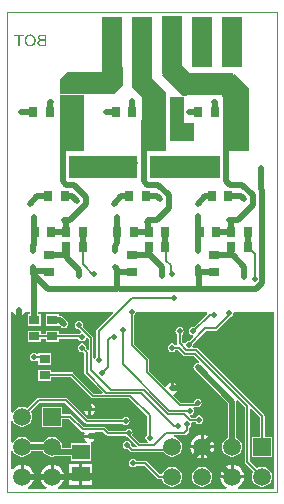
<source format=gbl>
%FSLAX25Y25*%
%MOIN*%
G70*
G01*
G75*
G04 Layer_Physical_Order=2*
G04 Layer_Color=16711680*
%ADD10R,0.06299X0.07087*%
%ADD11R,0.12362X0.02835*%
%ADD12R,0.15748X0.02362*%
%ADD13R,0.02402X0.03268*%
%ADD14R,0.15748X0.08465*%
%ADD15O,0.02362X0.08661*%
%ADD16R,0.03543X0.03150*%
%ADD17R,0.03937X0.05906*%
G04:AMPARAMS|DCode=18|XSize=8.66mil|YSize=27.56mil|CornerRadius=0mil|HoleSize=0mil|Usage=FLASHONLY|Rotation=45.000|XOffset=0mil|YOffset=0mil|HoleType=Round|Shape=Rectangle|*
%AMROTATEDRECTD18*
4,1,4,0.00668,-0.01281,-0.01281,0.00668,-0.00668,0.01281,0.01281,-0.00668,0.00668,-0.01281,0.0*
%
%ADD18ROTATEDRECTD18*%

G04:AMPARAMS|DCode=19|XSize=8.66mil|YSize=27.56mil|CornerRadius=0mil|HoleSize=0mil|Usage=FLASHONLY|Rotation=315.000|XOffset=0mil|YOffset=0mil|HoleType=Round|Shape=Rectangle|*
%AMROTATEDRECTD19*
4,1,4,-0.01281,-0.00668,0.00668,0.01281,0.01281,0.00668,-0.00668,-0.01281,-0.01281,-0.00668,0.0*
%
%ADD19ROTATEDRECTD19*%

%ADD20P,0.20044X4X360.0*%
%ADD21C,0.02000*%
%ADD22C,0.00600*%
%ADD23C,0.00800*%
%ADD24R,0.58000X0.10500*%
%ADD25R,0.07000X0.20000*%
%ADD26R,0.11000X0.04500*%
%ADD27R,0.10000X0.04500*%
%ADD28R,0.07500X0.05500*%
%ADD29R,0.07000X0.17000*%
%ADD30R,0.07000X0.33000*%
%ADD31R,0.08000X0.05500*%
%ADD32R,0.06500X0.17000*%
%ADD33C,0.00200*%
%ADD34R,0.05906X0.05906*%
%ADD35C,0.05906*%
%ADD36R,0.05906X0.05906*%
%ADD37C,0.01969*%
%ADD38R,0.07087X0.06299*%
%ADD39R,0.05906X0.05118*%
%ADD40R,0.01378X0.01378*%
%ADD41R,0.03150X0.03543*%
%ADD42R,0.04500X0.14500*%
%ADD43R,0.08000X0.19000*%
%ADD44R,0.08000X0.19500*%
%ADD45R,0.07000X0.21000*%
%ADD46R,0.07000X0.19500*%
%ADD47R,0.17000X0.07500*%
%ADD48R,0.23500X0.07500*%
%ADD49R,0.23000X0.07500*%
G36*
X7866Y152402D02*
X8005Y152385D01*
X8138Y152357D01*
X8266Y152324D01*
X8382Y152279D01*
X8493Y152235D01*
X8593Y152185D01*
X8682Y152135D01*
X8765Y152085D01*
X8838Y152035D01*
X8899Y151991D01*
X8948Y151947D01*
X8987Y151913D01*
X9021Y151885D01*
X9037Y151869D01*
X9043Y151863D01*
X9132Y151758D01*
X9209Y151647D01*
X9281Y151525D01*
X9337Y151403D01*
X9387Y151275D01*
X9431Y151153D01*
X9465Y151031D01*
X9487Y150914D01*
X9509Y150803D01*
X9526Y150698D01*
X9537Y150603D01*
X9548Y150526D01*
Y150459D01*
X9553Y150409D01*
Y150376D01*
Y150370D01*
Y150365D01*
X9542Y150176D01*
X9520Y150004D01*
X9487Y149838D01*
X9465Y149765D01*
X9442Y149693D01*
X9426Y149632D01*
X9404Y149577D01*
X9387Y149527D01*
X9370Y149482D01*
X9359Y149449D01*
X9348Y149427D01*
X9337Y149410D01*
Y149405D01*
X9243Y149244D01*
X9143Y149105D01*
X9032Y148983D01*
X8926Y148883D01*
X8832Y148800D01*
X8793Y148766D01*
X8760Y148744D01*
X8726Y148722D01*
X8704Y148705D01*
X8693Y148700D01*
X8688Y148694D01*
X8604Y148650D01*
X8521Y148611D01*
X8355Y148544D01*
X8194Y148500D01*
X8044Y148467D01*
X7972Y148456D01*
X7911Y148450D01*
X7855Y148439D01*
X7805D01*
X7772Y148433D01*
X7716D01*
X7533Y148444D01*
X7361Y148472D01*
X7200Y148505D01*
X7128Y148528D01*
X7062Y148550D01*
X7000Y148572D01*
X6945Y148594D01*
X6900Y148611D01*
X6862Y148628D01*
X6828Y148644D01*
X6801Y148655D01*
X6790Y148667D01*
X6784D01*
X6629Y148766D01*
X6495Y148877D01*
X6384Y148994D01*
X6290Y149105D01*
X6212Y149210D01*
X6185Y149249D01*
X6162Y149288D01*
X6140Y149321D01*
X6129Y149344D01*
X6118Y149360D01*
Y149366D01*
X6074Y149455D01*
X6040Y149543D01*
X5979Y149721D01*
X5935Y149899D01*
X5907Y150059D01*
X5902Y150132D01*
X5890Y150198D01*
X5885Y150259D01*
Y150309D01*
X5879Y150354D01*
Y150381D01*
Y150404D01*
Y150409D01*
X5890Y150620D01*
X5913Y150814D01*
X5929Y150903D01*
X5951Y150992D01*
X5974Y151070D01*
X5990Y151142D01*
X6013Y151208D01*
X6035Y151269D01*
X6051Y151319D01*
X6074Y151364D01*
X6085Y151397D01*
X6096Y151419D01*
X6107Y151436D01*
Y151442D01*
X6196Y151602D01*
X6301Y151747D01*
X6412Y151869D01*
X6512Y151969D01*
X6606Y152047D01*
X6651Y152080D01*
X6684Y152108D01*
X6717Y152124D01*
X6740Y152141D01*
X6751Y152146D01*
X6756Y152152D01*
X6840Y152196D01*
X6923Y152235D01*
X7084Y152302D01*
X7250Y152346D01*
X7395Y152374D01*
X7461Y152385D01*
X7528Y152396D01*
X7578Y152402D01*
X7628D01*
X7666Y152407D01*
X7716D01*
X7866Y152402D01*
D02*
G37*
G36*
X4500Y58576D02*
X4774Y58631D01*
X5431Y59069D01*
X5869Y59726D01*
X5924Y60000D01*
X7572D01*
Y59231D01*
X6828D01*
Y55281D01*
X11172D01*
Y59231D01*
X10427D01*
Y60000D01*
X35193D01*
X35385Y59538D01*
X29900Y54053D01*
X29723Y53789D01*
X29661Y53477D01*
X29661Y53476D01*
Y44894D01*
X29478Y44772D01*
X29192Y44344D01*
X28714Y44489D01*
Y51131D01*
X28659Y51405D01*
X28505Y51636D01*
X25255Y54886D01*
X25304Y54960D01*
X25411Y55500D01*
X25304Y56040D01*
X24998Y56498D01*
X24540Y56804D01*
X24000Y56911D01*
X23460Y56804D01*
X23002Y56498D01*
X22696Y56040D01*
X22589Y55500D01*
X22696Y54960D01*
X23002Y54502D01*
X23460Y54196D01*
X24000Y54089D01*
X24028Y54094D01*
X24801Y53321D01*
X24656Y52843D01*
X24460Y52804D01*
X24002Y52498D01*
X23975Y52458D01*
X17172D01*
Y53719D01*
X12828D01*
Y52458D01*
X11172D01*
Y53719D01*
X6828D01*
Y49769D01*
X11172D01*
Y51030D01*
X12828D01*
Y49769D01*
X17172D01*
Y51030D01*
X23682D01*
X23696Y50960D01*
X24002Y50502D01*
X24460Y50196D01*
X25000Y50089D01*
X25540Y50196D01*
X25998Y50502D01*
X26304Y50960D01*
X26343Y51156D01*
X26821Y51301D01*
X27286Y50836D01*
Y47376D01*
X26824Y47185D01*
X26345Y47665D01*
X26411Y48000D01*
X26304Y48540D01*
X25998Y48998D01*
X25540Y49304D01*
X25000Y49411D01*
X24460Y49304D01*
X24002Y48998D01*
X23696Y48540D01*
X23589Y48000D01*
X23696Y47460D01*
X24002Y47002D01*
X24460Y46696D01*
X25000Y46589D01*
X25335Y46655D01*
X25786Y46204D01*
Y39500D01*
X25786Y39500D01*
X25786D01*
X25841Y39227D01*
X25995Y38995D01*
X31813Y33178D01*
X31622Y32716D01*
X28938D01*
X22077Y39577D01*
X21812Y39754D01*
X21500Y39816D01*
X21500Y39816D01*
X14672D01*
Y40719D01*
X10328D01*
Y36769D01*
X14672D01*
Y38184D01*
X21162D01*
X28023Y31323D01*
X28023Y31323D01*
X28288Y31146D01*
X28288Y31146D01*
X28288Y31146D01*
D01*
X28288Y31146D01*
X28288Y31146D01*
X28600Y31084D01*
X28600Y31084D01*
X40762D01*
X46684Y25162D01*
Y19120D01*
X46502Y18998D01*
X46196Y18540D01*
X46089Y18000D01*
X46196Y17460D01*
X46502Y17002D01*
X46960Y16696D01*
X46864Y16214D01*
X44296D01*
X41702Y18807D01*
X41804Y18960D01*
X41911Y19500D01*
X41804Y20040D01*
X41498Y20498D01*
X41040Y20804D01*
X40500Y20911D01*
X39960Y20804D01*
X39502Y20498D01*
X39380Y20316D01*
X33838D01*
X32777Y21377D01*
X32512Y21554D01*
X32200Y21616D01*
X32200Y21616D01*
X25538D01*
X21577Y25577D01*
X21312Y25754D01*
X21000Y25816D01*
X21000Y25816D01*
X18353D01*
Y28353D01*
X11647D01*
Y21647D01*
X18353D01*
Y24184D01*
X20662D01*
X24623Y20223D01*
X24623Y20223D01*
X24888Y20046D01*
X24888Y20046D01*
X24888Y20046D01*
D01*
X24888Y20046D01*
X24888Y20046D01*
X25200Y19984D01*
X25200Y19984D01*
X25575D01*
X25811Y19543D01*
X25631Y19274D01*
X25576Y19000D01*
X29424D01*
X29369Y19274D01*
X29189Y19543D01*
X29425Y19984D01*
X31862D01*
X32923Y18923D01*
X32923Y18923D01*
X33188Y18746D01*
X33188Y18746D01*
X33188Y18746D01*
D01*
X33188Y18746D01*
X33188Y18746D01*
X33500Y18684D01*
X33500Y18684D01*
X39380D01*
X39502Y18502D01*
X39960Y18196D01*
X40378Y18113D01*
X43213Y15278D01*
X43022Y14816D01*
X41838D01*
X41369Y15285D01*
X41411Y15500D01*
X41304Y16040D01*
X40998Y16498D01*
X40540Y16804D01*
X40000Y16911D01*
X39460Y16804D01*
X39002Y16498D01*
X38696Y16040D01*
X38589Y15500D01*
X38696Y14960D01*
X39002Y14502D01*
X39460Y14196D01*
X40000Y14089D01*
X40215Y14131D01*
X40923Y13423D01*
X41188Y13246D01*
X41500Y13184D01*
X41500Y13184D01*
X52167D01*
X52609Y12609D01*
X53309Y12071D01*
X54125Y11734D01*
X55000Y11618D01*
X55875Y11734D01*
X56691Y12071D01*
X57391Y12609D01*
X57929Y13309D01*
X58266Y14125D01*
X58382Y15000D01*
X58266Y15875D01*
X57929Y16691D01*
X57391Y17391D01*
X56691Y17929D01*
X55875Y18267D01*
X55717Y18287D01*
X55749Y18786D01*
X59000D01*
X59273Y18841D01*
X59505Y18995D01*
X60505Y19995D01*
X60659Y20227D01*
X60714Y20500D01*
Y21312D01*
X60998Y21502D01*
X61304Y21960D01*
X61411Y22500D01*
X61332Y22900D01*
X61649Y23286D01*
X62812D01*
X63002Y23002D01*
X63460Y22696D01*
X64000Y22589D01*
X64540Y22696D01*
X64998Y23002D01*
X65304Y23460D01*
X65411Y24000D01*
X65304Y24540D01*
X64998Y24998D01*
X64540Y25304D01*
X64000Y25411D01*
X63460Y25304D01*
X63002Y24998D01*
X62812Y24714D01*
X61296D01*
X60904Y25105D01*
X60934Y25256D01*
X61037Y25596D01*
X61540Y25696D01*
X61998Y26002D01*
X62304Y26460D01*
X62411Y27000D01*
X62304Y27540D01*
X62100Y27845D01*
X62336Y28286D01*
X62825D01*
X62960Y28196D01*
X63500Y28089D01*
X64040Y28196D01*
X64498Y28502D01*
X64804Y28960D01*
X64911Y29500D01*
X64804Y30040D01*
X64498Y30498D01*
X64040Y30804D01*
X63500Y30911D01*
X62960Y30804D01*
X62502Y30498D01*
X62196Y30040D01*
X62131Y29714D01*
X57796D01*
X55402Y32107D01*
X55547Y32586D01*
X55774Y32631D01*
X56431Y33069D01*
X56869Y33726D01*
X56924Y34000D01*
X55000D01*
Y34500D01*
X54500D01*
Y36424D01*
X54226Y36369D01*
X53569Y35931D01*
X53131Y35274D01*
X53086Y35047D01*
X52607Y34902D01*
X47214Y40296D01*
Y44000D01*
D01*
Y44000D01*
X47214D01*
D01*
Y44000D01*
X47214D01*
Y44000D01*
X47214Y44000D01*
X47214Y44000D01*
D01*
D01*
D01*
D01*
X47159Y44273D01*
X47107Y44351D01*
X47107Y44351D01*
X47005Y44505D01*
Y44505D01*
X47005Y44505D01*
X42214Y49296D01*
Y58812D01*
X42498Y59002D01*
X42804Y59460D01*
X42911Y60000D01*
X66288D01*
X66595Y59795D01*
X66644Y59298D01*
X62215Y54869D01*
X62000Y54911D01*
X61460Y54804D01*
X61002Y54498D01*
X60696Y54040D01*
X60589Y53500D01*
X60696Y52960D01*
X61002Y52502D01*
X61460Y52196D01*
X61843Y52120D01*
X61988Y51641D01*
X60715Y50369D01*
X60500Y50411D01*
X59960Y50304D01*
X59502Y49998D01*
X59196Y49540D01*
X58731Y49399D01*
X58316Y49815D01*
Y52380D01*
X58498Y52502D01*
X58804Y52960D01*
X58911Y53500D01*
X58804Y54040D01*
X58498Y54498D01*
X58040Y54804D01*
X57500Y54911D01*
X56960Y54804D01*
X56502Y54498D01*
X56196Y54040D01*
X56089Y53500D01*
X56196Y52960D01*
X56502Y52502D01*
X56684Y52380D01*
Y49477D01*
X56684Y49477D01*
X56739Y49202D01*
X56661Y49108D01*
X56224Y48816D01*
X55998Y48998D01*
X55998Y48998D01*
X55540Y49304D01*
X55000Y49411D01*
X54460Y49304D01*
X54002Y48998D01*
X53696Y48540D01*
X53589Y48000D01*
X53696Y47460D01*
X54002Y47002D01*
X54460Y46696D01*
X55000Y46589D01*
X55540Y46696D01*
X55998Y47002D01*
X56120Y47184D01*
X56942D01*
X58687Y45439D01*
X58687Y45439D01*
X58846Y45333D01*
X58952Y45262D01*
X59264Y45200D01*
X62146D01*
X64038Y43308D01*
X63802Y42867D01*
X63500Y42927D01*
X62954Y42819D01*
X62491Y42509D01*
X62181Y42046D01*
X62073Y41500D01*
X62181Y40954D01*
X62491Y40491D01*
X73572Y29409D01*
Y18038D01*
X73309Y17929D01*
X72609Y17391D01*
X72071Y16691D01*
X71733Y15875D01*
X71618Y15000D01*
X71733Y14125D01*
X72071Y13309D01*
X72609Y12609D01*
X73309Y12071D01*
X74125Y11734D01*
X75000Y11618D01*
X75875Y11734D01*
X76691Y12071D01*
X77391Y12609D01*
X77929Y13309D01*
X78266Y14125D01*
X78382Y15000D01*
X78266Y15875D01*
X77929Y16691D01*
X77391Y17391D01*
X76691Y17929D01*
X76427Y18038D01*
Y30000D01*
X76367Y30303D01*
X76808Y30538D01*
X79184Y28162D01*
Y10000D01*
X79184Y10000D01*
X79246Y9688D01*
X79423Y9423D01*
X82108Y6739D01*
X82071Y6691D01*
X81734Y5875D01*
X81618Y5000D01*
X81734Y4125D01*
X82071Y3309D01*
X82609Y2609D01*
X83309Y2071D01*
X84125Y1734D01*
X85000Y1618D01*
X85875Y1734D01*
X86691Y2071D01*
X87391Y2609D01*
X87929Y3309D01*
X88266Y4125D01*
X88382Y5000D01*
X88266Y5875D01*
X87929Y6691D01*
X87391Y7391D01*
X86691Y7929D01*
X85875Y8266D01*
X85000Y8382D01*
X84125Y8266D01*
X83309Y7929D01*
X83262Y7892D01*
X80816Y10338D01*
Y27575D01*
X81278Y27766D01*
X84184Y24859D01*
Y18353D01*
X81647D01*
Y11647D01*
X88353D01*
Y18353D01*
X85816D01*
Y25197D01*
X85754Y25509D01*
X85683Y25615D01*
X85577Y25774D01*
X85577Y25774D01*
X63558Y47793D01*
X63293Y47969D01*
X62981Y48031D01*
X62981Y48031D01*
X62033D01*
X61804Y48460D01*
X61911Y49000D01*
X61869Y49215D01*
X66338Y53684D01*
X69500D01*
X69500Y53684D01*
X69812Y53746D01*
X70077Y53923D01*
X74302Y58149D01*
X74540Y58196D01*
X74998Y58502D01*
X75304Y58960D01*
X75411Y59500D01*
X75389Y59614D01*
X75706Y60000D01*
X88932D01*
Y1000D01*
X76954D01*
X76856Y1490D01*
X76993Y1547D01*
X77819Y2181D01*
X78453Y3007D01*
X78851Y3968D01*
X78921Y4500D01*
X71079D01*
X71149Y3968D01*
X71547Y3007D01*
X72181Y2181D01*
X73006Y1547D01*
X73144Y1490D01*
X73046Y1000D01*
X16953D01*
X16856Y1490D01*
X16993Y1547D01*
X17819Y2181D01*
X18453Y3007D01*
X18851Y3968D01*
X18921Y4500D01*
X11079D01*
X11149Y3968D01*
X11547Y3007D01*
X12181Y2181D01*
X13006Y1547D01*
X13144Y1490D01*
X13046Y1000D01*
X6954D01*
X6856Y1490D01*
X6993Y1547D01*
X7819Y2181D01*
X8453Y3007D01*
X8851Y3968D01*
X8921Y4500D01*
X5000D01*
Y5000D01*
X4500D01*
Y8921D01*
X3968Y8851D01*
X3007Y8453D01*
X2181Y7819D01*
X1905Y7460D01*
X1431Y7620D01*
Y13573D01*
X1922Y13670D01*
X2071Y13309D01*
X2609Y12609D01*
X3309Y12071D01*
X4125Y11734D01*
X5000Y11618D01*
X5875Y11734D01*
X6691Y12071D01*
X7391Y12609D01*
X7929Y13309D01*
X8038Y13573D01*
X11962D01*
X12071Y13309D01*
X12609Y12609D01*
X13309Y12071D01*
X14125Y11734D01*
X15000Y11618D01*
X15875Y11734D01*
X16291Y11906D01*
X16760Y11813D01*
X16760Y11813D01*
X21147D01*
Y10281D01*
X27853D01*
Y14704D01*
X27853D01*
X27853Y14704D01*
X27853Y16199D01*
Y16199D01*
Y16547D01*
X28274Y16631D01*
X28931Y17069D01*
X29369Y17726D01*
X29424Y18000D01*
X25576D01*
X25631Y17726D01*
X26069Y17069D01*
X26656Y16678D01*
X26511Y16199D01*
X21147D01*
Y14668D01*
X18673D01*
X18382Y15000D01*
X18266Y15875D01*
X17929Y16691D01*
X17391Y17391D01*
X16691Y17929D01*
X15875Y18267D01*
X15000Y18382D01*
X14125Y18267D01*
X13309Y17929D01*
X12609Y17391D01*
X12071Y16691D01*
X11962Y16428D01*
X8038D01*
X7929Y16691D01*
X7391Y17391D01*
X6691Y17929D01*
X5875Y18267D01*
X5000Y18382D01*
X4125Y18267D01*
X3309Y17929D01*
X2609Y17391D01*
X2071Y16691D01*
X1922Y16330D01*
X1431Y16428D01*
Y23573D01*
X1922Y23670D01*
X2071Y23309D01*
X2609Y22609D01*
X3309Y22071D01*
X4125Y21734D01*
X5000Y21618D01*
X5875Y21734D01*
X6691Y22071D01*
X7391Y22609D01*
X7929Y23309D01*
X8266Y24125D01*
X8382Y25000D01*
X8266Y25875D01*
X7929Y26691D01*
X7892Y26739D01*
X10838Y29684D01*
X19162D01*
X25923Y22923D01*
X25923Y22923D01*
X26188Y22746D01*
X26500Y22684D01*
X38380D01*
X38502Y22502D01*
X38960Y22196D01*
X39500Y22089D01*
X40040Y22196D01*
X40498Y22502D01*
X40804Y22960D01*
X40911Y23500D01*
X40804Y24040D01*
X40498Y24498D01*
X40040Y24804D01*
X39500Y24911D01*
X38960Y24804D01*
X38502Y24498D01*
X38380Y24316D01*
X26838D01*
X20077Y31077D01*
X19812Y31254D01*
X19500Y31316D01*
X19500Y31316D01*
X10500D01*
X10188Y31254D01*
X10082Y31183D01*
X9923Y31077D01*
X9923Y31077D01*
X6739Y27892D01*
X6691Y27929D01*
X5875Y28267D01*
X5000Y28382D01*
X4125Y28267D01*
X3309Y27929D01*
X2609Y27391D01*
X2071Y26691D01*
X1922Y26330D01*
X1431Y26428D01*
Y60000D01*
X2076D01*
X2131Y59726D01*
X2569Y59069D01*
X3226Y58631D01*
X3500Y58576D01*
Y60500D01*
X4500D01*
Y58576D01*
D02*
G37*
G36*
X13000Y148500D02*
X11535D01*
X11402Y148505D01*
X11285Y148511D01*
X11180Y148522D01*
X11091Y148533D01*
X11019Y148544D01*
X10963Y148550D01*
X10930Y148561D01*
X10919D01*
X10824Y148589D01*
X10747Y148617D01*
X10675Y148650D01*
X10614Y148683D01*
X10564Y148705D01*
X10525Y148728D01*
X10503Y148744D01*
X10497Y148750D01*
X10436Y148800D01*
X10380Y148861D01*
X10336Y148922D01*
X10292Y148977D01*
X10258Y149033D01*
X10236Y149072D01*
X10220Y149099D01*
X10214Y149110D01*
X10175Y149199D01*
X10147Y149288D01*
X10125Y149371D01*
X10114Y149449D01*
X10103Y149516D01*
X10097Y149571D01*
Y149604D01*
Y149610D01*
Y149616D01*
X10103Y149738D01*
X10125Y149849D01*
X10158Y149943D01*
X10192Y150032D01*
X10225Y150098D01*
X10258Y150148D01*
X10281Y150182D01*
X10286Y150193D01*
X10364Y150282D01*
X10447Y150354D01*
X10541Y150415D01*
X10625Y150465D01*
X10702Y150504D01*
X10769Y150526D01*
X10791Y150537D01*
X10808Y150542D01*
X10819Y150548D01*
X10824D01*
X10730Y150603D01*
X10647Y150659D01*
X10580Y150720D01*
X10525Y150776D01*
X10480Y150820D01*
X10447Y150864D01*
X10430Y150886D01*
X10425Y150898D01*
X10380Y150981D01*
X10347Y151058D01*
X10319Y151136D01*
X10303Y151208D01*
X10292Y151269D01*
X10286Y151319D01*
Y151347D01*
Y151358D01*
X10292Y151453D01*
X10308Y151547D01*
X10336Y151630D01*
X10364Y151708D01*
X10391Y151775D01*
X10419Y151819D01*
X10436Y151852D01*
X10441Y151863D01*
X10503Y151947D01*
X10569Y152024D01*
X10641Y152085D01*
X10708Y152135D01*
X10763Y152174D01*
X10813Y152202D01*
X10847Y152218D01*
X10852Y152224D01*
X10858D01*
X10963Y152263D01*
X11080Y152291D01*
X11196Y152313D01*
X11307Y152324D01*
X11407Y152335D01*
X11452D01*
X11490Y152341D01*
X13000D01*
Y148500D01*
D02*
G37*
G36*
X5513Y151885D02*
X4248D01*
Y148500D01*
X3737D01*
Y151885D01*
X2472D01*
Y152341D01*
X5513D01*
Y151885D01*
D02*
G37*
G36*
X38500Y135500D02*
X35500Y132500D01*
X17500D01*
Y137500D01*
X20000Y140000D01*
X31500D01*
Y141500D01*
X38500D01*
Y135500D01*
D02*
G37*
G36*
X80500Y134500D02*
Y133000D01*
X73500D01*
X75500Y139500D01*
X80500Y134500D01*
D02*
G37*
G36*
X53000Y133000D02*
Y131500D01*
X45000D01*
X41500Y135000D01*
Y137500D01*
X48500D01*
X53000Y133000D01*
D02*
G37*
G36*
X61000Y139500D02*
X60000Y132000D01*
X58500D01*
X51500Y139000D01*
X58500Y142000D01*
X61000Y139500D01*
D02*
G37*
%LPC*%
G36*
X5500Y8921D02*
Y5500D01*
X8921D01*
X8851Y6032D01*
X8453Y6994D01*
X7819Y7819D01*
X6993Y8453D01*
X6032Y8851D01*
X5500Y8921D01*
D02*
G37*
G36*
X28453Y5260D02*
X25000D01*
Y2201D01*
X28453D01*
Y5260D01*
D02*
G37*
G36*
X14500Y8921D02*
X13968Y8851D01*
X13006Y8453D01*
X12181Y7819D01*
X11547Y6994D01*
X11149Y6032D01*
X11079Y5500D01*
X14500D01*
Y8921D01*
D02*
G37*
G36*
X74500D02*
X73968Y8851D01*
X73006Y8453D01*
X72181Y7819D01*
X71547Y6994D01*
X71149Y6032D01*
X71079Y5500D01*
X74500D01*
Y8921D01*
D02*
G37*
G36*
X15500D02*
Y5500D01*
X18921D01*
X18851Y6032D01*
X18453Y6994D01*
X17819Y7819D01*
X16993Y8453D01*
X16032Y8851D01*
X15500Y8921D01*
D02*
G37*
G36*
X24000Y5260D02*
X20547D01*
Y2201D01*
X24000D01*
Y5260D01*
D02*
G37*
G36*
X12489Y150276D02*
X11479D01*
X11363Y150265D01*
X11268Y150254D01*
X11191Y150243D01*
X11130Y150232D01*
X11080Y150221D01*
X11057Y150215D01*
X11046Y150209D01*
X10974Y150182D01*
X10913Y150148D01*
X10858Y150110D01*
X10813Y150071D01*
X10780Y150037D01*
X10758Y150010D01*
X10741Y149987D01*
X10736Y149982D01*
X10697Y149921D01*
X10669Y149860D01*
X10647Y149799D01*
X10636Y149743D01*
X10625Y149693D01*
X10619Y149649D01*
Y149627D01*
Y149616D01*
X10625Y149549D01*
X10630Y149482D01*
X10641Y149427D01*
X10658Y149382D01*
X10675Y149344D01*
X10686Y149310D01*
X10691Y149294D01*
X10697Y149288D01*
X10730Y149238D01*
X10758Y149194D01*
X10797Y149160D01*
X10824Y149127D01*
X10852Y149105D01*
X10874Y149088D01*
X10891Y149077D01*
X10897Y149072D01*
X10991Y149027D01*
X11085Y148994D01*
X11124Y148983D01*
X11157Y148977D01*
X11180Y148972D01*
X11185D01*
X11230Y148966D01*
X11280Y148961D01*
X11396Y148955D01*
X12489D01*
Y150276D01*
D02*
G37*
G36*
X7766Y151969D02*
X7716D01*
X7578Y151963D01*
X7445Y151941D01*
X7328Y151908D01*
X7228Y151874D01*
X7145Y151836D01*
X7112Y151819D01*
X7084Y151808D01*
X7056Y151791D01*
X7039Y151786D01*
X7034Y151775D01*
X7028D01*
X6923Y151697D01*
X6828Y151608D01*
X6745Y151519D01*
X6679Y151430D01*
X6629Y151353D01*
X6590Y151286D01*
X6579Y151264D01*
X6567Y151247D01*
X6562Y151236D01*
Y151231D01*
X6506Y151097D01*
X6468Y150953D01*
X6440Y150820D01*
X6423Y150692D01*
X6412Y150631D01*
X6407Y150581D01*
Y150531D01*
X6401Y150493D01*
Y150459D01*
Y150437D01*
Y150420D01*
Y150415D01*
X6407Y150282D01*
X6418Y150154D01*
X6434Y150032D01*
X6457Y149921D01*
X6490Y149821D01*
X6518Y149726D01*
X6551Y149638D01*
X6584Y149560D01*
X6623Y149494D01*
X6656Y149432D01*
X6684Y149382D01*
X6712Y149344D01*
X6740Y149310D01*
X6756Y149283D01*
X6767Y149272D01*
X6773Y149266D01*
X6845Y149194D01*
X6923Y149133D01*
X7000Y149083D01*
X7078Y149033D01*
X7156Y148994D01*
X7239Y148966D01*
X7311Y148938D01*
X7389Y148916D01*
X7456Y148900D01*
X7522Y148889D01*
X7578Y148877D01*
X7628Y148872D01*
X7666D01*
X7694Y148866D01*
X7722D01*
X7827Y148872D01*
X7927Y148883D01*
X8016Y148905D01*
X8105Y148927D01*
X8188Y148961D01*
X8266Y148994D01*
X8338Y149027D01*
X8405Y149066D01*
X8460Y149105D01*
X8510Y149138D01*
X8554Y149172D01*
X8593Y149205D01*
X8621Y149227D01*
X8643Y149249D01*
X8654Y149260D01*
X8660Y149266D01*
X8726Y149344D01*
X8782Y149427D01*
X8832Y149516D01*
X8876Y149604D01*
X8910Y149699D01*
X8943Y149788D01*
X8987Y149965D01*
X8998Y150043D01*
X9010Y150121D01*
X9021Y150187D01*
X9026Y150243D01*
X9032Y150293D01*
Y150331D01*
Y150354D01*
Y150359D01*
X9026Y150515D01*
X9015Y150659D01*
X8998Y150798D01*
X8971Y150920D01*
X8943Y151031D01*
X8910Y151131D01*
X8871Y151225D01*
X8838Y151303D01*
X8799Y151375D01*
X8765Y151436D01*
X8732Y151486D01*
X8704Y151525D01*
X8677Y151558D01*
X8660Y151580D01*
X8649Y151591D01*
X8643Y151597D01*
X8571Y151663D01*
X8493Y151719D01*
X8416Y151769D01*
X8332Y151813D01*
X8255Y151847D01*
X8177Y151880D01*
X8033Y151924D01*
X7966Y151935D01*
X7905Y151947D01*
X7855Y151958D01*
X7805Y151963D01*
X7766Y151969D01*
D02*
G37*
G36*
X12489Y151885D02*
X11579D01*
X11457Y151874D01*
X11363Y151869D01*
X11280Y151858D01*
X11218Y151847D01*
X11180Y151841D01*
X11152Y151830D01*
X11146D01*
X11085Y151808D01*
X11030Y151775D01*
X10985Y151741D01*
X10947Y151708D01*
X10919Y151680D01*
X10897Y151652D01*
X10886Y151636D01*
X10880Y151630D01*
X10847Y151575D01*
X10824Y151519D01*
X10808Y151464D01*
X10797Y151408D01*
X10791Y151364D01*
X10786Y151330D01*
Y151308D01*
Y151297D01*
X10791Y151225D01*
X10802Y151158D01*
X10819Y151103D01*
X10836Y151058D01*
X10852Y151020D01*
X10869Y150986D01*
X10880Y150970D01*
X10886Y150964D01*
X10924Y150920D01*
X10974Y150875D01*
X11024Y150842D01*
X11069Y150820D01*
X11113Y150798D01*
X11146Y150781D01*
X11169Y150776D01*
X11180Y150770D01*
X11241Y150759D01*
X11318Y150748D01*
X11396Y150742D01*
X11474Y150737D01*
X11546Y150731D01*
X12489D01*
Y151885D01*
D02*
G37*
G36*
X65000Y8382D02*
X64125Y8266D01*
X63309Y7929D01*
X62609Y7391D01*
X62071Y6691D01*
X61734Y5875D01*
X61618Y5000D01*
X61734Y4125D01*
X62071Y3309D01*
X62609Y2609D01*
X63309Y2071D01*
X64125Y1734D01*
X65000Y1618D01*
X65875Y1734D01*
X66691Y2071D01*
X67391Y2609D01*
X67929Y3309D01*
X68266Y4125D01*
X68382Y5000D01*
X68266Y5875D01*
X67929Y6691D01*
X67391Y7391D01*
X66691Y7929D01*
X65875Y8266D01*
X65000Y8382D01*
D02*
G37*
G36*
X42000Y10911D02*
X41460Y10804D01*
X41002Y10498D01*
X40696Y10040D01*
X40589Y9500D01*
X40696Y8960D01*
X41002Y8502D01*
X41460Y8196D01*
X42000Y8089D01*
X42540Y8196D01*
X42998Y8502D01*
X43120Y8684D01*
X45662D01*
X49923Y4423D01*
X50188Y4247D01*
X50500Y4184D01*
X50500Y4184D01*
X51726D01*
X51733Y4125D01*
X52071Y3309D01*
X52609Y2609D01*
X53309Y2071D01*
X54125Y1734D01*
X55000Y1618D01*
X55875Y1734D01*
X56691Y2071D01*
X57391Y2609D01*
X57929Y3309D01*
X58266Y4125D01*
X58382Y5000D01*
X58266Y5875D01*
X57929Y6691D01*
X57391Y7391D01*
X56691Y7929D01*
X55875Y8266D01*
X55000Y8382D01*
X54125Y8266D01*
X53309Y7929D01*
X52609Y7391D01*
X52071Y6691D01*
X51733Y5875D01*
X51726Y5816D01*
X50838D01*
X46577Y10077D01*
X46312Y10254D01*
X46000Y10316D01*
X46000Y10316D01*
X43120D01*
X42998Y10498D01*
X42540Y10804D01*
X42000Y10911D01*
D02*
G37*
G36*
X27000Y29424D02*
X26726Y29369D01*
X26069Y28931D01*
X25631Y28274D01*
X25576Y28000D01*
X27000D01*
Y29424D01*
D02*
G37*
G36*
X29424Y27000D02*
X28000D01*
Y25576D01*
X28274Y25631D01*
X28931Y26069D01*
X29369Y26726D01*
X29424Y27000D01*
D02*
G37*
G36*
X27000D02*
X25576D01*
X25631Y26726D01*
X26069Y26069D01*
X26726Y25631D01*
X27000Y25576D01*
Y27000D01*
D02*
G37*
G36*
X28000Y29424D02*
Y28000D01*
X29424D01*
X29369Y28274D01*
X28931Y28931D01*
X28274Y29369D01*
X28000Y29424D01*
D02*
G37*
G36*
X17172Y59231D02*
X12828D01*
Y55281D01*
X17172D01*
X17172Y55281D01*
Y55281D01*
X17545Y55436D01*
X17991Y54991D01*
X18454Y54681D01*
X19000Y54573D01*
X19546Y54681D01*
X20009Y54991D01*
X20319Y55454D01*
X20427Y56000D01*
X20319Y56546D01*
X20009Y57009D01*
X18754Y58265D01*
X18290Y58575D01*
X17744Y58683D01*
X17744Y58683D01*
X17172D01*
Y59231D01*
D02*
G37*
G36*
X8888Y46300D02*
X8348Y46192D01*
X7890Y45886D01*
X7584Y45428D01*
X7477Y44888D01*
X7584Y44348D01*
X7890Y43890D01*
X8348Y43584D01*
X8888Y43477D01*
X9428Y43584D01*
X9886Y43890D01*
X10328Y43595D01*
Y42281D01*
X14672D01*
Y46231D01*
X10328D01*
Y46182D01*
X9886Y45886D01*
X9428Y46192D01*
X8888Y46300D01*
D02*
G37*
G36*
X55500Y36424D02*
Y35000D01*
X56924D01*
X56869Y35274D01*
X56431Y35931D01*
X55774Y36369D01*
X55500Y36424D01*
D02*
G37*
G36*
X28453Y9319D02*
X25000D01*
Y6260D01*
X28453D01*
Y9319D01*
D02*
G37*
G36*
X24000D02*
X20547D01*
Y6260D01*
X24000D01*
Y9319D01*
D02*
G37*
G36*
X75500Y8921D02*
Y5500D01*
X78921D01*
X78851Y6032D01*
X78453Y6994D01*
X77819Y7819D01*
X76993Y8453D01*
X76032Y8851D01*
X75500Y8921D01*
D02*
G37*
G36*
X64500Y14500D02*
X61079D01*
X61149Y13968D01*
X61547Y13007D01*
X62181Y12181D01*
X63007Y11547D01*
X63968Y11149D01*
X64500Y11079D01*
Y14500D01*
D02*
G37*
G36*
X65500Y18921D02*
Y15500D01*
X68921D01*
X68851Y16032D01*
X68453Y16994D01*
X67819Y17819D01*
X66993Y18453D01*
X66032Y18851D01*
X65500Y18921D01*
D02*
G37*
G36*
X64500D02*
X63968Y18851D01*
X63007Y18453D01*
X62181Y17819D01*
X61547Y16994D01*
X61149Y16032D01*
X61079Y15500D01*
X64500D01*
Y18921D01*
D02*
G37*
G36*
X68921Y14500D02*
X65500D01*
Y11079D01*
X66032Y11149D01*
X66993Y11547D01*
X67819Y12181D01*
X68453Y13007D01*
X68851Y13968D01*
X68921Y14500D01*
D02*
G37*
%LPD*%
D16*
X14000Y78756D02*
D03*
Y73244D02*
D03*
X41500Y78756D02*
D03*
Y73244D02*
D03*
X69000Y78756D02*
D03*
Y73244D02*
D03*
X15000Y57256D02*
D03*
Y51744D02*
D03*
X9000D02*
D03*
Y57256D02*
D03*
X12500Y44256D02*
D03*
Y38744D02*
D03*
D21*
X55500Y130500D02*
X56500Y129500D01*
Y122512D02*
Y129500D01*
Y122512D02*
X59000Y120012D01*
X55500Y130500D02*
X58000D01*
X40000Y12000D02*
X49500D01*
X33000Y5000D02*
X40000Y12000D01*
X15000Y5000D02*
X33000D01*
X16760Y13240D02*
X24500D01*
X15000Y15000D02*
X16760Y13240D01*
X31000Y18500D02*
X38500Y11000D01*
X27500Y18500D02*
X31000D01*
X49500Y12000D02*
X51500Y10000D01*
X8500Y80145D02*
Y82000D01*
Y72500D02*
Y74830D01*
X9500Y73500D02*
X13744D01*
X14000Y73244D01*
X8500Y82000D02*
X9000Y82500D01*
X19744Y81500D02*
X20000Y81244D01*
Y78000D02*
Y81244D01*
X25256Y81500D02*
Y86500D01*
X19744D02*
Y89756D01*
X19000Y90500D02*
X19744Y89756D01*
X4823Y126500D02*
X8744D01*
X14256D02*
Y129756D01*
X14500Y130000D01*
X21772Y98500D02*
X23272Y97000D01*
X19256Y98500D02*
X21772D01*
X19000Y90500D02*
X21014D01*
X36000Y80145D02*
Y82000D01*
X36744Y82744D01*
Y86500D01*
X52756Y81500D02*
Y86500D01*
X46756Y78756D02*
X47244Y79244D01*
X63500Y80145D02*
Y82000D01*
X80256Y81500D02*
Y86500D01*
X69756D02*
X74744D01*
X42256D02*
X47244D01*
X41756Y126500D02*
Y130244D01*
X60500Y126500D02*
X63744D01*
X33000D02*
X36244D01*
X47000Y90500D02*
X50000D01*
X36500Y91500D02*
X36744Y91256D01*
Y86500D02*
Y91256D01*
X36000Y74830D02*
X36500Y74330D01*
X64244Y73244D02*
X69000D01*
X63500Y72500D02*
X64000Y72000D01*
X51500D02*
Y74988D01*
X47244Y79244D02*
X51500Y74988D01*
X79000Y71500D02*
Y75000D01*
X75244Y78756D02*
X79000Y75000D01*
X50000Y98500D02*
X51000Y97500D01*
X46256Y98500D02*
X50000D01*
X78000D02*
X79000Y97500D01*
X73756Y98500D02*
X78000D01*
X69000Y130000D02*
X69256Y129744D01*
Y126500D02*
Y129744D01*
X47000Y125000D02*
Y143000D01*
X45000Y145000D02*
X47000Y143000D01*
X58500Y134500D02*
X70500D01*
X55000Y138000D02*
X58500Y134500D01*
X55000Y138000D02*
Y145000D01*
X21014Y90500D02*
X26272Y95757D01*
X77000Y90500D02*
X82000Y95500D01*
X46728Y102272D02*
X50471D01*
X54000Y98743D01*
X66000Y98500D02*
X68244D01*
X63500Y96000D02*
X66000Y98500D01*
X73000Y103500D02*
X74228Y102272D01*
X78471D01*
X82000Y95500D02*
Y98743D01*
X78471Y102272D02*
X82000Y98743D01*
X69500Y109500D02*
X69602Y109398D01*
X70000D01*
X45500Y103500D02*
X46728Y102272D01*
X45500Y103500D02*
Y123500D01*
X47000Y125000D01*
X70500Y134500D02*
X73000Y132000D01*
Y103500D02*
Y132000D01*
X35500Y96000D02*
X38000Y98500D01*
X40744D01*
X26272Y95757D02*
Y98243D01*
X18500Y103529D02*
X19757Y102272D01*
X22243D01*
X26272Y98243D01*
X50000Y90500D02*
X54000Y94500D01*
Y98743D01*
X63500Y82000D02*
X63744Y82244D01*
X74744Y86500D02*
Y89756D01*
X74000Y90500D02*
X77000D01*
X14756Y86500D02*
X19744D01*
X20000Y117500D02*
X23000D01*
X7500Y96000D02*
X10000Y98500D01*
X13744D01*
X64500Y109500D02*
X67500D01*
X69500D01*
X37500Y67500D02*
X62000D01*
X85000Y69500D02*
Y100485D01*
X84500Y100985D02*
X85000Y100485D01*
X84500Y100985D02*
Y108000D01*
X83000Y67500D02*
X85000Y69500D01*
X64000Y67500D02*
Y72000D01*
X62500Y67500D02*
X64000D01*
X83000D01*
X5000Y5000D02*
X15000D01*
X5000Y15000D02*
X15000D01*
X13500Y67500D02*
X36500D01*
X37244Y73244D02*
X41500D01*
X53500Y109500D02*
X64500D01*
X65000Y15000D02*
X75000Y5000D01*
X20000Y78000D02*
X24000Y74000D01*
X14000Y78756D02*
X19244D01*
X24000Y72000D02*
Y74000D01*
X15000Y57256D02*
X17744D01*
X19000Y56000D01*
X9000Y57256D02*
Y72000D01*
X8500Y72500D02*
X9500Y73500D01*
X8500Y72500D02*
X13500Y67500D01*
X36500D02*
Y72500D01*
Y74330D01*
X63500Y72500D02*
Y74830D01*
X63744Y82244D02*
Y91756D01*
X47000Y86744D02*
X47244Y86500D01*
X47000Y86744D02*
Y90000D01*
X18500Y116000D02*
X20000Y117500D01*
X18500Y103529D02*
Y116000D01*
X9000Y82500D02*
Y91500D01*
X41500Y78756D02*
X46756D01*
X69000D02*
X75244D01*
X9000Y82500D02*
Y91500D01*
Y82500D02*
Y91500D01*
Y82500D02*
Y91500D01*
Y82500D02*
Y91500D01*
Y82500D02*
Y91500D01*
X18500Y116000D02*
X20000Y117500D01*
X18500Y116000D02*
X20000Y117500D01*
X18500Y116000D02*
X20000Y117500D01*
X18500Y116000D02*
X20000Y117500D01*
X18500Y116000D02*
X20000Y117500D01*
X18500Y103529D02*
Y116000D01*
Y103529D02*
Y116000D01*
Y103529D02*
Y116000D01*
Y103529D02*
Y116000D01*
Y103529D02*
Y116000D01*
X47000Y86744D02*
Y90000D01*
Y86744D02*
Y90000D01*
Y86744D02*
Y90000D01*
Y86744D02*
Y90000D01*
Y86744D02*
Y90000D01*
X63744Y82244D02*
Y91756D01*
Y82244D02*
Y91756D01*
Y82244D02*
Y91756D01*
Y82244D02*
Y91756D01*
Y82244D02*
Y91756D01*
X65000Y14500D02*
Y15000D01*
X60500Y10000D02*
X65000Y14500D01*
X51500Y10000D02*
X60500D01*
X65000Y15000D02*
X68500Y18500D01*
Y31000D01*
X65000Y34500D02*
X68500Y31000D01*
X55000Y34500D02*
X65000D01*
X75000Y15000D02*
Y30000D01*
X63500Y41500D02*
X75000Y30000D01*
X4000Y45500D02*
Y60500D01*
Y45500D02*
X6500Y43000D01*
Y36000D02*
Y43000D01*
Y36000D02*
X8500Y34000D01*
X20000D01*
X27500Y27500D01*
D22*
X25000Y48000D02*
X26500Y46500D01*
Y39500D02*
Y46500D01*
Y39500D02*
X33000Y33000D01*
X24756Y51744D02*
X25000Y51500D01*
X15000Y51744D02*
X24756D01*
X24000Y55132D02*
X28000Y51131D01*
Y40500D02*
Y51131D01*
Y40500D02*
X34500Y34000D01*
X24000Y55132D02*
Y55500D01*
X9000Y51744D02*
X15000D01*
X8888Y44888D02*
X11868D01*
X57500Y29000D02*
X63000D01*
X63500Y29500D01*
X41500Y49000D02*
Y60000D01*
X33000Y33000D02*
X44500D01*
X55500Y22000D01*
X38500Y42500D02*
Y54000D01*
Y42500D02*
X54000Y27000D01*
X61000D01*
X34500Y34000D02*
X45586D01*
X53586Y26000D01*
X46500Y40000D02*
Y44000D01*
X41500Y49000D02*
X46500Y44000D01*
Y40000D02*
X57500Y29000D01*
X55500Y22000D02*
X57000D01*
X53586Y26000D02*
X59000D01*
X61000Y24000D01*
X64000D01*
X60000Y20500D02*
Y22500D01*
X59000Y19500D02*
X60000Y20500D01*
X53000Y19500D02*
X59000D01*
X49000Y15500D02*
X53000Y19500D01*
X44000Y15500D02*
X49000D01*
X40500Y19000D02*
X44000Y15500D01*
X40500Y19000D02*
Y19500D01*
D23*
X33500D02*
X40500D01*
X32200Y20800D02*
X33500Y19500D01*
X25200Y20800D02*
X32200D01*
X21000Y25000D02*
X25200Y20800D01*
X25256Y75744D02*
Y81500D01*
X29000Y72000D02*
Y72500D01*
X52756Y81500D02*
X53000Y81256D01*
Y77000D02*
Y81256D01*
Y77000D02*
X54500Y75500D01*
Y73000D02*
Y75500D01*
Y73000D02*
X55000Y72500D01*
X80256Y81500D02*
X82500Y79256D01*
Y71000D02*
Y79256D01*
X25256Y75744D02*
X29000Y72000D01*
X30476Y43774D02*
Y53477D01*
X41500Y64500D01*
X55500D01*
X31500Y39500D02*
X33500Y41500D01*
Y50500D01*
X34500Y51500D01*
X35500D01*
X60500Y49000D02*
X66000Y54500D01*
X69500D01*
X74000Y59000D01*
Y59500D01*
X62000Y53500D02*
X67500Y59000D01*
X69000D01*
X28600Y31900D02*
X41100D01*
X21500Y39000D02*
X28600Y31900D01*
X12756Y39000D02*
X21500D01*
X12500Y38744D02*
X12756Y39000D01*
X15000Y25000D02*
X21000D01*
X26500Y23500D02*
X39500D01*
X19500Y30500D02*
X26500Y23500D01*
X10500Y30500D02*
X19500D01*
X5000Y25000D02*
X10500Y30500D01*
X80000Y10000D02*
X85000Y5000D01*
X42000Y9500D02*
X46000D01*
X50500Y5000D01*
X55000D01*
X57500Y49477D02*
Y53500D01*
X80000Y10000D02*
Y28500D01*
X62484Y46016D02*
X80000Y28500D01*
X55000Y48000D02*
X57280D01*
X59264Y46016D01*
X62484D01*
X62981Y47216D02*
X85000Y25197D01*
X57500Y49477D02*
X59761Y47216D01*
X62981D01*
X85000Y15000D02*
Y25197D01*
X47500Y18000D02*
Y25500D01*
X41100Y31900D02*
X47500Y25500D01*
X40000Y15500D02*
X41500Y14000D01*
X54000D01*
X55000Y15000D01*
D29*
X35000Y150000D02*
D03*
X65000D02*
D03*
X75000D02*
D03*
D33*
X-0Y0D02*
X90000D01*
Y160000D01*
X-0D02*
X90000D01*
X-0Y0D02*
Y160000D01*
D34*
X85000Y15000D02*
D03*
X35000Y155000D02*
D03*
D35*
X85000Y5000D02*
D03*
X75000Y15000D02*
D03*
Y5000D02*
D03*
X65000Y15000D02*
D03*
Y5000D02*
D03*
X55000Y15000D02*
D03*
Y5000D02*
D03*
X35000Y145000D02*
D03*
X45000Y155000D02*
D03*
Y145000D02*
D03*
X55000Y155000D02*
D03*
Y145000D02*
D03*
X65000Y155000D02*
D03*
Y145000D02*
D03*
X75000Y155000D02*
D03*
Y145000D02*
D03*
X5000Y5000D02*
D03*
X15000D02*
D03*
X5000Y15000D02*
D03*
X15000D02*
D03*
X5000Y25000D02*
D03*
D36*
X15000D02*
D03*
D37*
X58000Y130500D02*
D03*
X55500D02*
D03*
X27500Y18500D02*
D03*
X25000Y48000D02*
D03*
Y51500D02*
D03*
X24000Y55500D02*
D03*
X4661Y126661D02*
D03*
X9000Y91500D02*
D03*
X8500Y72500D02*
D03*
X19000Y90500D02*
D03*
X24000Y72000D02*
D03*
X14500Y130000D02*
D03*
X23272Y97000D02*
D03*
X41756Y130244D02*
D03*
X69000Y130000D02*
D03*
X33000Y126500D02*
D03*
X46500Y90000D02*
D03*
X74000Y90500D02*
D03*
X63500Y92000D02*
D03*
X36500Y91500D02*
D03*
Y72500D02*
D03*
X64000Y72000D02*
D03*
X51500D02*
D03*
X79000Y71500D02*
D03*
X51000Y97500D02*
D03*
X79000D02*
D03*
X23000Y117500D02*
D03*
Y120000D02*
D03*
Y115000D02*
D03*
X20000D02*
D03*
Y117500D02*
D03*
Y120000D02*
D03*
X50500Y117500D02*
D03*
X47500D02*
D03*
Y120000D02*
D03*
X50500D02*
D03*
X47500Y115000D02*
D03*
X50500D02*
D03*
X78000Y120000D02*
D03*
X75000D02*
D03*
X78000Y117500D02*
D03*
X75000D02*
D03*
X78000Y115000D02*
D03*
X75000D02*
D03*
X63500Y96000D02*
D03*
X60500Y126500D02*
D03*
X67500Y109500D02*
D03*
X69500Y107000D02*
D03*
X70000Y109398D02*
D03*
X64500Y109500D02*
D03*
X50000D02*
D03*
Y106500D02*
D03*
X53500D02*
D03*
Y109500D02*
D03*
X35500Y96000D02*
D03*
X37000Y109500D02*
D03*
X42500Y109398D02*
D03*
X42000Y107000D02*
D03*
X40000Y109500D02*
D03*
X26000D02*
D03*
Y106500D02*
D03*
X22500D02*
D03*
Y109500D02*
D03*
X7500Y96000D02*
D03*
X29000Y72500D02*
D03*
X55000D02*
D03*
X82500Y71000D02*
D03*
X84500Y108000D02*
D03*
X19000Y56000D02*
D03*
X8888Y44888D02*
D03*
X63500Y29500D02*
D03*
X38500Y54000D02*
D03*
X61000Y27000D02*
D03*
X41500Y60000D02*
D03*
X30476Y43774D02*
D03*
X55500Y64500D02*
D03*
X31500Y39500D02*
D03*
X35500Y51500D02*
D03*
X60500Y49000D02*
D03*
X74000Y59500D02*
D03*
X62000Y53500D02*
D03*
X69000Y59000D02*
D03*
X40500Y19500D02*
D03*
X39500Y23500D02*
D03*
X57500Y53500D02*
D03*
X55000Y48000D02*
D03*
X42000Y9500D02*
D03*
X55000Y34500D02*
D03*
X63500Y41500D02*
D03*
X4000Y60500D02*
D03*
X27500Y27500D02*
D03*
X57000Y22000D02*
D03*
X64000Y24000D02*
D03*
X60000Y22500D02*
D03*
X47500Y18000D02*
D03*
X40000Y15500D02*
D03*
D38*
X59000Y108988D02*
D03*
Y120012D02*
D03*
D39*
X24500Y5760D02*
D03*
Y13240D02*
D03*
D40*
X8500Y80145D02*
D03*
Y74830D02*
D03*
X36000Y80145D02*
D03*
Y74830D02*
D03*
X63500Y80145D02*
D03*
Y74830D02*
D03*
D41*
X25256Y86500D02*
D03*
X19744D02*
D03*
X14256Y126500D02*
D03*
X8744D02*
D03*
X19256Y98500D02*
D03*
X13744D02*
D03*
X41756Y126500D02*
D03*
X36244D02*
D03*
X69256D02*
D03*
X63744D02*
D03*
X42256Y86500D02*
D03*
X36744D02*
D03*
X14756D02*
D03*
X9244D02*
D03*
X69756D02*
D03*
X64244D02*
D03*
X47244Y81500D02*
D03*
X52756D02*
D03*
X74744D02*
D03*
X80256D02*
D03*
X19744D02*
D03*
X25256D02*
D03*
X52756Y86500D02*
D03*
X47244D02*
D03*
X80256D02*
D03*
X74744D02*
D03*
X46256Y98500D02*
D03*
X40744D02*
D03*
X73756D02*
D03*
X68244D02*
D03*
D42*
X56750Y124250D02*
D03*
D43*
X21500Y123000D02*
D03*
D44*
X49000Y123250D02*
D03*
X76500D02*
D03*
D45*
X45000Y148000D02*
D03*
D46*
X55000Y148750D02*
D03*
D47*
X67000Y135750D02*
D03*
D48*
X59250Y108250D02*
D03*
D49*
X32000D02*
D03*
M02*

</source>
